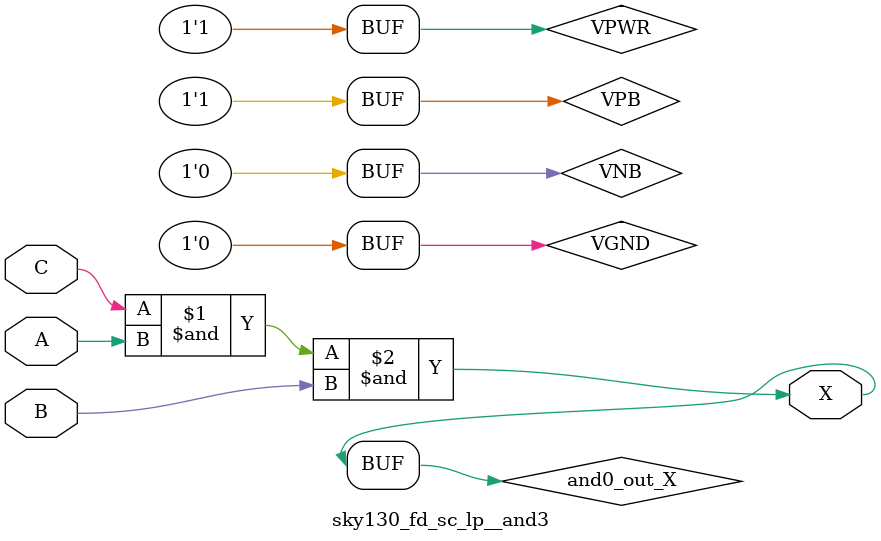
<source format=v>
/*
 * Copyright 2020 The SkyWater PDK Authors
 *
 * Licensed under the Apache License, Version 2.0 (the "License");
 * you may not use this file except in compliance with the License.
 * You may obtain a copy of the License at
 *
 *     https://www.apache.org/licenses/LICENSE-2.0
 *
 * Unless required by applicable law or agreed to in writing, software
 * distributed under the License is distributed on an "AS IS" BASIS,
 * WITHOUT WARRANTIES OR CONDITIONS OF ANY KIND, either express or implied.
 * See the License for the specific language governing permissions and
 * limitations under the License.
 *
 * SPDX-License-Identifier: Apache-2.0
*/


`ifndef SKY130_FD_SC_LP__AND3_TIMING_V
`define SKY130_FD_SC_LP__AND3_TIMING_V

/**
 * and3: 3-input AND.
 *
 * Verilog simulation timing model.
 */

`timescale 1ns / 1ps
`default_nettype none

`celldefine
module sky130_fd_sc_lp__and3 (
    X,
    A,
    B,
    C
);

    // Module ports
    output X;
    input  A;
    input  B;
    input  C;

    // Module supplies
    supply1 VPWR;
    supply0 VGND;
    supply1 VPB ;
    supply0 VNB ;

    // Local signals
    wire and0_out_X;

    //  Name  Output      Other arguments
    and and0 (and0_out_X, C, A, B        );
    buf buf0 (X         , and0_out_X     );

endmodule
`endcelldefine

`default_nettype wire
`endif  // SKY130_FD_SC_LP__AND3_TIMING_V

</source>
